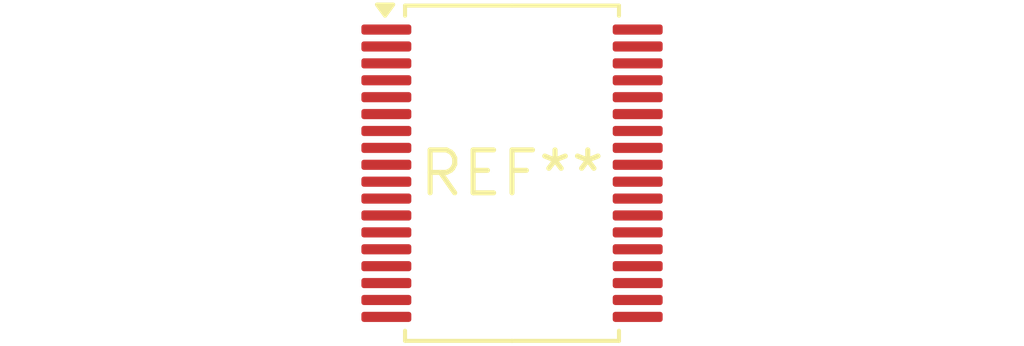
<source format=kicad_pcb>
(kicad_pcb (version 20240108) (generator pcbnew)
  (layers (0 "F.Cu" signal) (31 "B.Cu" signal) (34 "B.Paste" user) (35 "F.Paste" user) (36 "B.SilkS" user "B.Silkscreen") (37 "F.SilkS" user "F.Silkscreen") (38 "B.Mask" user) (39 "F.Mask" user) (44 "Edge.Cuts" user))
  (net 0 "")
  (footprint "TSSOP-36_6.1x9.7mm_P0.5mm" (layer "F.Cu") (at 0 0)
    (property "Reference" "REF**")
    (property "Value" "TSSOP-36_6.1x9.7mm_P0.5mm")
    (fp_line (start -3.16 -4.96) (end -3.16 -4.66) (layer "F.SilkS") (stroke (width 0.12)))
    (fp_line (start -3.16 4.96) (end -3.16 4.66) (layer "F.SilkS") (stroke (width 0.12)))
    (fp_line (start 0 -4.96) (end -3.16 -4.96) (layer "F.SilkS") (stroke (width 0.12)))
    (fp_line (start 0 -4.96) (end 3.16 -4.96) (layer "F.SilkS") (stroke (width 0.12)))
    (fp_line (start 0 4.96) (end -3.16 4.96) (layer "F.SilkS") (stroke (width 0.12)))
    (fp_line (start 0 4.96) (end 3.16 4.96) (layer "F.SilkS") (stroke (width 0.12)))
    (fp_line (start 3.16 -4.96) (end 3.16 -4.66) (layer "F.SilkS") (stroke (width 0.12)))
    (fp_line (start 3.16 4.96) (end 3.16 4.66) (layer "F.SilkS") (stroke (width 0.12)))
    (fp_poly (pts (xy -3.75 -4.66) (xy -3.99 -4.99) (xy -3.51 -4.99) (xy -3.75 -4.66)) (layer "F.SilkS") (stroke (width 0.12)) (fill solid))
    (pad "1" smd roundrect (at -3.7125 -4.25) (size 1.475 0.3) (layers "F.Cu" "F.Paste" "F.Mask"))
    (pad "2" smd roundrect (at -3.7125 -3.75) (size 1.475 0.3) (layers "F.Cu" "F.Paste" "F.Mask"))
    (pad "3" smd roundrect (at -3.7125 -3.25) (size 1.475 0.3) (layers "F.Cu" "F.Paste" "F.Mask"))
    (pad "4" smd roundrect (at -3.7125 -2.75) (size 1.475 0.3) (layers "F.Cu" "F.Paste" "F.Mask"))
    (pad "5" smd roundrect (at -3.7125 -2.25) (size 1.475 0.3) (layers "F.Cu" "F.Paste" "F.Mask"))
    (pad "6" smd roundrect (at -3.7125 -1.75) (size 1.475 0.3) (layers "F.Cu" "F.Paste" "F.Mask"))
    (pad "7" smd roundrect (at -3.7125 -1.25) (size 1.475 0.3) (layers "F.Cu" "F.Paste" "F.Mask"))
    (pad "8" smd roundrect (at -3.7125 -0.75) (size 1.475 0.3) (layers "F.Cu" "F.Paste" "F.Mask"))
    (pad "9" smd roundrect (at -3.7125 -0.25) (size 1.475 0.3) (layers "F.Cu" "F.Paste" "F.Mask"))
    (pad "10" smd roundrect (at -3.7125 0.25) (size 1.475 0.3) (layers "F.Cu" "F.Paste" "F.Mask"))
    (pad "11" smd roundrect (at -3.7125 0.75) (size 1.475 0.3) (layers "F.Cu" "F.Paste" "F.Mask"))
    (pad "12" smd roundrect (at -3.7125 1.25) (size 1.475 0.3) (layers "F.Cu" "F.Paste" "F.Mask"))
    (pad "13" smd roundrect (at -3.7125 1.75) (size 1.475 0.3) (layers "F.Cu" "F.Paste" "F.Mask"))
    (pad "14" smd roundrect (at -3.7125 2.25) (size 1.475 0.3) (layers "F.Cu" "F.Paste" "F.Mask"))
    (pad "15" smd roundrect (at -3.7125 2.75) (size 1.475 0.3) (layers "F.Cu" "F.Paste" "F.Mask"))
    (pad "16" smd roundrect (at -3.7125 3.25) (size 1.475 0.3) (layers "F.Cu" "F.Paste" "F.Mask"))
    (pad "17" smd roundrect (at -3.7125 3.75) (size 1.475 0.3) (layers "F.Cu" "F.Paste" "F.Mask"))
    (pad "18" smd roundrect (at -3.7125 4.25) (size 1.475 0.3) (layers "F.Cu" "F.Paste" "F.Mask"))
    (pad "19" smd roundrect (at 3.7125 4.25) (size 1.475 0.3) (layers "F.Cu" "F.Paste" "F.Mask"))
    (pad "20" smd roundrect (at 3.7125 3.75) (size 1.475 0.3) (layers "F.Cu" "F.Paste" "F.Mask"))
    (pad "21" smd roundrect (at 3.7125 3.25) (size 1.475 0.3) (layers "F.Cu" "F.Paste" "F.Mask"))
    (pad "22" smd roundrect (at 3.7125 2.75) (size 1.475 0.3) (layers "F.Cu" "F.Paste" "F.Mask"))
    (pad "23" smd roundrect (at 3.7125 2.25) (size 1.475 0.3) (layers "F.Cu" "F.Paste" "F.Mask"))
    (pad "24" smd roundrect (at 3.7125 1.75) (size 1.475 0.3) (layers "F.Cu" "F.Paste" "F.Mask"))
    (pad "25" smd roundrect (at 3.7125 1.25) (size 1.475 0.3) (layers "F.Cu" "F.Paste" "F.Mask"))
    (pad "26" smd roundrect (at 3.7125 0.75) (size 1.475 0.3) (layers "F.Cu" "F.Paste" "F.Mask"))
    (pad "27" smd roundrect (at 3.7125 0.25) (size 1.475 0.3) (layers "F.Cu" "F.Paste" "F.Mask"))
    (pad "28" smd roundrect (at 3.7125 -0.25) (size 1.475 0.3) (layers "F.Cu" "F.Paste" "F.Mask"))
    (pad "29" smd roundrect (at 3.7125 -0.75) (size 1.475 0.3) (layers "F.Cu" "F.Paste" "F.Mask"))
    (pad "30" smd roundrect (at 3.7125 -1.25) (size 1.475 0.3) (layers "F.Cu" "F.Paste" "F.Mask"))
    (pad "31" smd roundrect (at 3.7125 -1.75) (size 1.475 0.3) (layers "F.Cu" "F.Paste" "F.Mask"))
    (pad "32" smd roundrect (at 3.7125 -2.25) (size 1.475 0.3) (layers "F.Cu" "F.Paste" "F.Mask"))
    (pad "33" smd roundrect (at 3.7125 -2.75) (size 1.475 0.3) (layers "F.Cu" "F.Paste" "F.Mask"))
    (pad "34" smd roundrect (at 3.7125 -3.25) (size 1.475 0.3) (layers "F.Cu" "F.Paste" "F.Mask"))
    (pad "35" smd roundrect (at 3.7125 -3.75) (size 1.475 0.3) (layers "F.Cu" "F.Paste" "F.Mask"))
    (pad "36" smd roundrect (at 3.7125 -4.25) (size 1.475 0.3) (layers "F.Cu" "F.Paste" "F.Mask"))
  )
)
</source>
